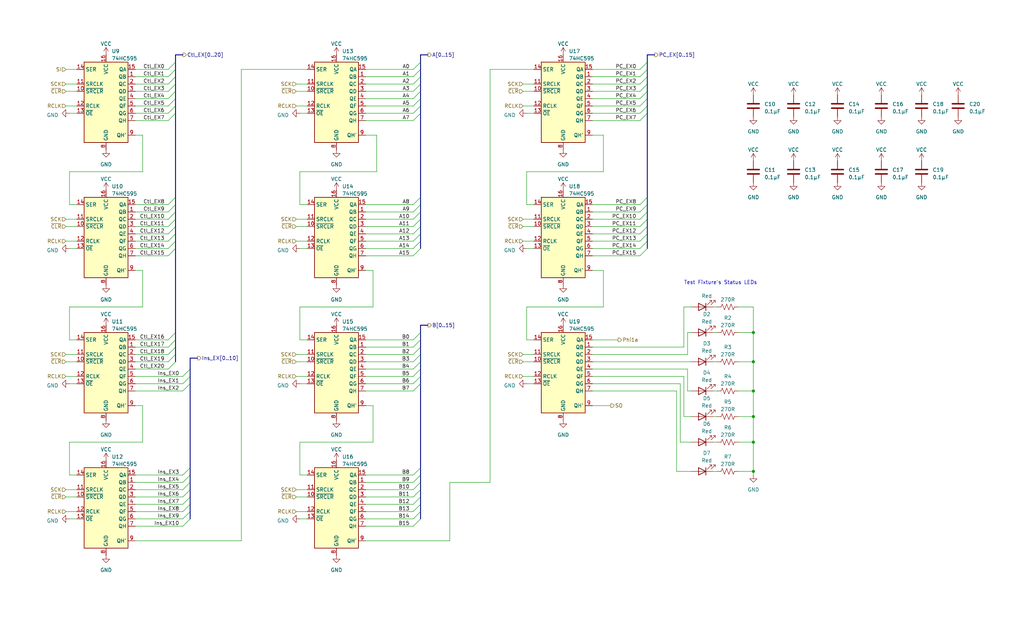
<source format=kicad_sch>
(kicad_sch (version 20230121) (generator eeschema)
  (paper "USLegal")
  (title_block (date "2023-03-25") (rev "A"))
  (lib_symbols
    (symbol "74xx:74HC595"
      (property "Reference" "U" (at -7.62 13.97 0))
      (property "Value" "74HC595" (at -7.62 -16.51 0))
      (symbol "74HC595_1_0"
        (pin tri_state line (at 10.16 7.62 180) (length 2.54) (name "QB") (number "1"))
        (pin input line (at -10.16 2.54 0) (length 2.54) (name "~{SRCLR}") (number "10"))
        (pin input line (at -10.16 5.08 0) (length 2.54) (name "SRCLK") (number "11"))
        (pin input line (at -10.16 -2.54 0) (length 2.54) (name "RCLK") (number "12"))
        (pin input line (at -10.16 -5.08 0) (length 2.54) (name "~{OE}") (number "13"))
        (pin input line (at -10.16 10.16 0) (length 2.54) (name "SER") (number "14"))
        (pin tri_state line (at 10.16 10.16 180) (length 2.54) (name "QA") (number "15"))
        (pin power_in line (at 0 15.24 270) (length 2.54) (name "VCC") (number "16"))
        (pin tri_state line (at 10.16 5.08 180) (length 2.54) (name "QC") (number "2"))
        (pin tri_state line (at 10.16 2.54 180) (length 2.54) (name "QD") (number "3"))
        (pin tri_state line (at 10.16 0 180) (length 2.54) (name "QE") (number "4"))
        (pin tri_state line (at 10.16 -2.54 180) (length 2.54) (name "QF") (number "5"))
        (pin tri_state line (at 10.16 -5.08 180) (length 2.54) (name "QG") (number "6"))
        (pin tri_state line (at 10.16 -7.62 180) (length 2.54) (name "QH") (number "7"))
        (pin power_in line (at 0 -17.78 90) (length 2.54) (name "GND") (number "8"))
        (pin output line (at 10.16 -12.7 180) (length 2.54) (name "QH'") (number "9"))
      )
      (symbol "74HC595_1_1"
        (rectangle (start -7.62 12.7) (end 7.62 -15.24) (stroke (width 0.254)) (fill (type background)))
      )
    )
    (symbol "Device:C" (pin_numbers hide) (pin_names (offset 0.254))
      (property "Reference" "C" (at 0.635 2.54 0))
      (property "Value" "C" (at 0.635 -2.54 0))
      (symbol "C_0_1"
        (polyline (pts (xy -2.032 -0.762) (xy 2.032 -0.762)) (stroke (width 0.508)))
        (polyline (pts (xy -2.032 0.762) (xy 2.032 0.762)) (stroke (width 0.508)))
      )
      (symbol "C_1_1"
        (pin passive line (at 0 3.81 270) (length 2.794) (name "~") (number "1"))
        (pin passive line (at 0 -3.81 90) (length 2.794) (name "~") (number "2"))
      )
    )
    (symbol "Device:LED" (pin_numbers hide) (pin_names (offset 1.016) hide)
      (property "Reference" "D" (at 0 2.54 0))
      (property "Value" "LED" (at 0 -2.54 0))
      (symbol "LED_0_1"
        (polyline (pts (xy -1.27 -1.27) (xy -1.27 1.27)) (stroke (width 0.254)))
        (polyline (pts (xy -1.27 0) (xy 1.27 0)))
        (polyline (pts (xy 1.27 -1.27) (xy 1.27 1.27) (xy -1.27 0) (xy 1.27 -1.27)) (stroke (width 0.254)))
        (polyline (pts (xy -3.048 -0.762) (xy -4.572 -2.286) (xy -3.81 -2.286) (xy -4.572 -2.286) (xy -4.572 -1.524)))
        (polyline (pts (xy -1.778 -0.762) (xy -3.302 -2.286) (xy -2.54 -2.286) (xy -3.302 -2.286) (xy -3.302 -1.524)))
      )
      (symbol "LED_1_1"
        (pin passive line (at -3.81 0 0) (length 2.54) (name "K") (number "1"))
        (pin passive line (at 3.81 0 180) (length 2.54) (name "A") (number "2"))
      )
    )
    (symbol "Device:R_US" (pin_numbers hide) (pin_names (offset 0))
      (property "Reference" "R" (at 2.54 0 90))
      (property "Value" "R_US" (at -2.54 0 90))
      (symbol "R_US_0_1"
        (polyline (pts (xy 0 -2.286) (xy 0 -2.54)))
        (polyline (pts (xy 0 2.286) (xy 0 2.54)))
        (polyline (pts (xy 0 -0.762) (xy 1.016 -1.143) (xy 0 -1.524) (xy -1.016 -1.905) (xy 0 -2.286)))
        (polyline (pts (xy 0 0.762) (xy 1.016 0.381) (xy 0 0) (xy -1.016 -0.381) (xy 0 -0.762)))
        (polyline (pts (xy 0 2.286) (xy 1.016 1.905) (xy 0 1.524) (xy -1.016 1.143) (xy 0 0.762)))
      )
      (symbol "R_US_1_1"
        (pin passive line (at 0 3.81 270) (length 1.27) (name "~") (number "1"))
        (pin passive line (at 0 -3.81 90) (length 1.27) (name "~") (number "2"))
      )
    )
    (symbol "power:GND" (power) (pin_names (offset 0))
      (property "Value" "GND" (at 0 -3.81 0))
      (symbol "GND_0_1"
        (polyline (pts (xy 0 0) (xy 0 -1.27) (xy 1.27 -1.27) (xy 0 -2.54) (xy -1.27 -1.27) (xy 0 -1.27)))
      )
      (symbol "GND_1_1"
        (pin power_in line (at 0 0 270) (length 0) hide (name "GND") (number "1"))
      )
    )
    (symbol "power:VCC" (power) (pin_names (offset 0))
      (property "Value" "VCC" (at 0 3.81 0))
      (symbol "VCC_0_1"
        (polyline (pts (xy -0.762 1.27) (xy 0 2.54)))
        (polyline (pts (xy 0 0) (xy 0 2.54)))
        (polyline (pts (xy 0 2.54) (xy 0.762 1.27)))
      )
      (symbol "VCC_1_1"
        (pin power_in line (at 0 0 90) (length 0) hide (name "VCC") (number "1"))
      )
    )
  )
  (junction (at 261.62 135.89))
  (junction (at 261.62 153.67))
  (junction (at 261.62 144.78))
  (junction (at 261.62 115.57))
  (junction (at 261.62 125.73))
  (junction (at 261.62 163.83))
  (bus_entry (at 60.96 120.65) (size -2.54 2.54))
  (bus_entry (at 146.05 78.74) (size -2.54 2.54))
  (bus_entry (at 60.96 76.2) (size -2.54 2.54))
  (bus_entry (at 146.05 170.18) (size -2.54 2.54))
  (bus_entry (at 60.96 81.28) (size -2.54 2.54))
  (bus_entry (at 60.96 36.83) (size -2.54 2.54))
  (bus_entry (at 146.05 71.12) (size -2.54 2.54))
  (bus_entry (at 66.04 162.56) (size -2.54 2.54))
  (bus_entry (at 146.05 115.57) (size -2.54 2.54))
  (bus_entry (at 66.04 130.81) (size -2.54 2.54))
  (bus_entry (at 146.05 24.13) (size -2.54 2.54))
  (bus_entry (at 146.05 167.64) (size -2.54 2.54))
  (bus_entry (at 60.96 34.29) (size -2.54 2.54))
  (bus_entry (at 146.05 177.8) (size -2.54 2.54))
  (bus_entry (at 66.04 133.35) (size -2.54 2.54))
  (bus_entry (at 60.96 83.82) (size -2.54 2.54))
  (bus_entry (at 66.04 167.64) (size -2.54 2.54))
  (bus_entry (at 146.05 76.2) (size -2.54 2.54))
  (bus_entry (at 60.96 26.67) (size -2.54 2.54))
  (bus_entry (at 224.79 26.67) (size -2.54 2.54))
  (bus_entry (at 60.96 73.66) (size -2.54 2.54))
  (bus_entry (at 146.05 172.72) (size -2.54 2.54))
  (bus_entry (at 146.05 128.27) (size -2.54 2.54))
  (bus_entry (at 60.96 118.11) (size -2.54 2.54))
  (bus_entry (at 224.79 29.21) (size -2.54 2.54))
  (bus_entry (at 224.79 86.36) (size -2.54 2.54))
  (bus_entry (at 224.79 83.82) (size -2.54 2.54))
  (bus_entry (at 224.79 24.13) (size -2.54 2.54))
  (bus_entry (at 60.96 39.37) (size -2.54 2.54))
  (bus_entry (at 60.96 125.73) (size -2.54 2.54))
  (bus_entry (at 66.04 175.26) (size -2.54 2.54))
  (bus_entry (at 224.79 73.66) (size -2.54 2.54))
  (bus_entry (at 146.05 175.26) (size -2.54 2.54))
  (bus_entry (at 146.05 34.29) (size -2.54 2.54))
  (bus_entry (at 66.04 172.72) (size -2.54 2.54))
  (bus_entry (at 146.05 29.21) (size -2.54 2.54))
  (bus_entry (at 224.79 31.75) (size -2.54 2.54))
  (bus_entry (at 66.04 177.8) (size -2.54 2.54))
  (bus_entry (at 224.79 76.2) (size -2.54 2.54))
  (bus_entry (at 146.05 68.58) (size -2.54 2.54))
  (bus_entry (at 60.96 68.58) (size -2.54 2.54))
  (bus_entry (at 146.05 86.36) (size -2.54 2.54))
  (bus_entry (at 146.05 130.81) (size -2.54 2.54))
  (bus_entry (at 224.79 78.74) (size -2.54 2.54))
  (bus_entry (at 60.96 86.36) (size -2.54 2.54))
  (bus_entry (at 224.79 68.58) (size -2.54 2.54))
  (bus_entry (at 146.05 36.83) (size -2.54 2.54))
  (bus_entry (at 60.96 31.75) (size -2.54 2.54))
  (bus_entry (at 146.05 120.65) (size -2.54 2.54))
  (bus_entry (at 60.96 78.74) (size -2.54 2.54))
  (bus_entry (at 224.79 71.12) (size -2.54 2.54))
  (bus_entry (at 66.04 170.18) (size -2.54 2.54))
  (bus_entry (at 146.05 162.56) (size -2.54 2.54))
  (bus_entry (at 146.05 31.75) (size -2.54 2.54))
  (bus_entry (at 224.79 81.28) (size -2.54 2.54))
  (bus_entry (at 60.96 24.13) (size -2.54 2.54))
  (bus_entry (at 224.79 34.29) (size -2.54 2.54))
  (bus_entry (at 66.04 165.1) (size -2.54 2.54))
  (bus_entry (at 60.96 71.12) (size -2.54 2.54))
  (bus_entry (at 146.05 165.1) (size -2.54 2.54))
  (bus_entry (at 60.96 123.19) (size -2.54 2.54))
  (bus_entry (at 146.05 180.34) (size -2.54 2.54))
  (bus_entry (at 66.04 180.34) (size -2.54 2.54))
  (bus_entry (at 146.05 123.19) (size -2.54 2.54))
  (bus_entry (at 224.79 39.37) (size -2.54 2.54))
  (bus_entry (at 146.05 125.73) (size -2.54 2.54))
  (bus_entry (at 60.96 115.57) (size -2.54 2.54))
  (bus_entry (at 146.05 73.66) (size -2.54 2.54))
  (bus_entry (at 146.05 133.35) (size -2.54 2.54))
  (bus_entry (at 146.05 81.28) (size -2.54 2.54))
  (bus_entry (at 146.05 118.11) (size -2.54 2.54))
  (bus_entry (at 66.04 128.27) (size -2.54 2.54))
  (bus_entry (at 224.79 36.83) (size -2.54 2.54))
  (bus_entry (at 60.96 29.21) (size -2.54 2.54))
  (bus_entry (at 146.05 26.67) (size -2.54 2.54))
  (bus_entry (at 146.05 21.59) (size -2.54 2.54))
  (bus_entry (at 224.79 21.59) (size -2.54 2.54))
  (bus_entry (at 146.05 39.37) (size -2.54 2.54))
  (bus_entry (at 146.05 83.82) (size -2.54 2.54))
  (bus_entry (at 60.96 21.59) (size -2.54 2.54))
  (wire (pts (xy 102.87 125.73) (xy 106.68 125.73)))
  (wire (pts (xy 205.74 118.11) (xy 214.63 118.11)))
  (wire (pts (xy 205.74 120.65) (xy 237.49 120.65)))
  (wire (pts (xy 247.65 153.67) (xy 248.92 153.67)))
  (wire (pts (xy 205.74 46.99) (xy 209.55 46.99)))
  (bus (pts (xy 146.05 115.57) (xy 146.05 118.11)))
  (bus (pts (xy 60.96 19.05) (xy 60.96 21.59)))
  (wire (pts (xy 143.51 36.83) (xy 127 36.83)))
  (bus (pts (xy 60.96 36.83) (xy 60.96 39.37)))
  (wire (pts (xy 181.61 36.83) (xy 185.42 36.83)))
  (bus (pts (xy 146.05 165.1) (xy 146.05 167.64)))
  (wire (pts (xy 182.88 59.69) (xy 209.55 59.69)))
  (bus (pts (xy 146.05 68.58) (xy 146.05 71.12)))
  (wire (pts (xy 143.51 180.34) (xy 127 180.34)))
  (wire (pts (xy 102.87 177.8) (xy 106.68 177.8)))
  (wire (pts (xy 222.25 26.67) (xy 205.74 26.67)))
  (wire (pts (xy 222.25 73.66) (xy 205.74 73.66)))
  (wire (pts (xy 46.99 187.96) (xy 83.82 187.96)))
  (wire (pts (xy 237.49 144.78) (xy 240.03 144.78)))
  (wire (pts (xy 205.74 130.81) (xy 237.49 130.81)))
  (wire (pts (xy 236.22 133.35) (xy 236.22 153.67)))
  (wire (pts (xy 205.74 125.73) (xy 240.03 125.73)))
  (wire (pts (xy 127 135.89) (xy 143.51 135.89)))
  (wire (pts (xy 22.86 172.72) (xy 26.67 172.72)))
  (wire (pts (xy 49.53 140.97) (xy 49.53 153.67)))
  (wire (pts (xy 49.53 106.68) (xy 24.13 106.68)))
  (wire (pts (xy 143.51 165.1) (xy 127 165.1)))
  (bus (pts (xy 146.05 83.82) (xy 146.05 86.36)))
  (wire (pts (xy 256.54 106.68) (xy 261.62 106.68)))
  (wire (pts (xy 261.62 144.78) (xy 261.62 153.67)))
  (bus (pts (xy 66.04 172.72) (xy 66.04 175.26)))
  (wire (pts (xy 205.74 135.89) (xy 234.95 135.89)))
  (wire (pts (xy 104.14 165.1) (xy 106.68 165.1)))
  (wire (pts (xy 205.74 140.97) (xy 212.09 140.97)))
  (wire (pts (xy 58.42 39.37) (xy 46.99 39.37)))
  (wire (pts (xy 22.86 83.82) (xy 26.67 83.82)))
  (wire (pts (xy 222.25 31.75) (xy 205.74 31.75)))
  (bus (pts (xy 60.96 26.67) (xy 60.96 29.21)))
  (wire (pts (xy 63.5 133.35) (xy 46.99 133.35)))
  (wire (pts (xy 104.14 133.35) (xy 106.68 133.35)))
  (wire (pts (xy 185.42 24.13) (xy 170.18 24.13)))
  (wire (pts (xy 104.14 71.12) (xy 106.68 71.12)))
  (bus (pts (xy 224.79 76.2) (xy 224.79 78.74)))
  (wire (pts (xy 22.86 24.13) (xy 26.67 24.13)))
  (bus (pts (xy 66.04 128.27) (xy 66.04 130.81)))
  (wire (pts (xy 261.62 125.73) (xy 261.62 135.89)))
  (wire (pts (xy 102.87 31.75) (xy 106.68 31.75)))
  (wire (pts (xy 102.87 29.21) (xy 106.68 29.21)))
  (wire (pts (xy 22.86 170.18) (xy 26.67 170.18)))
  (wire (pts (xy 240.03 106.68) (xy 237.49 106.68)))
  (bus (pts (xy 224.79 24.13) (xy 224.79 26.67)))
  (wire (pts (xy 261.62 115.57) (xy 261.62 125.73)))
  (wire (pts (xy 222.25 83.82) (xy 205.74 83.82)))
  (wire (pts (xy 102.87 36.83) (xy 106.68 36.83)))
  (wire (pts (xy 182.88 59.69) (xy 182.88 71.12)))
  (bus (pts (xy 146.05 113.03) (xy 146.05 115.57)))
  (bus (pts (xy 60.96 73.66) (xy 60.96 76.2)))
  (wire (pts (xy 104.14 59.69) (xy 130.81 59.69)))
  (wire (pts (xy 24.13 180.34) (xy 26.67 180.34)))
  (wire (pts (xy 22.86 130.81) (xy 26.67 130.81)))
  (bus (pts (xy 146.05 162.56) (xy 146.05 165.1)))
  (bus (pts (xy 68.58 124.46) (xy 66.04 124.46)))
  (wire (pts (xy 102.87 76.2) (xy 106.68 76.2)))
  (bus (pts (xy 224.79 19.05) (xy 224.79 21.59)))
  (wire (pts (xy 256.54 125.73) (xy 261.62 125.73)))
  (wire (pts (xy 238.76 135.89) (xy 240.03 135.89)))
  (wire (pts (xy 181.61 83.82) (xy 185.42 83.82)))
  (wire (pts (xy 205.74 123.19) (xy 238.76 123.19)))
  (bus (pts (xy 146.05 170.18) (xy 146.05 172.72)))
  (wire (pts (xy 58.42 88.9) (xy 46.99 88.9)))
  (bus (pts (xy 146.05 71.12) (xy 146.05 73.66)))
  (bus (pts (xy 60.96 83.82) (xy 60.96 86.36)))
  (wire (pts (xy 247.65 135.89) (xy 248.92 135.89)))
  (wire (pts (xy 222.25 71.12) (xy 205.74 71.12)))
  (wire (pts (xy 247.65 125.73) (xy 248.92 125.73)))
  (wire (pts (xy 156.21 187.96) (xy 156.21 167.64)))
  (bus (pts (xy 148.59 113.03) (xy 146.05 113.03)))
  (wire (pts (xy 102.87 170.18) (xy 106.68 170.18)))
  (wire (pts (xy 209.55 106.68) (xy 182.88 106.68)))
  (wire (pts (xy 182.88 86.36) (xy 185.42 86.36)))
  (wire (pts (xy 143.51 120.65) (xy 127 120.65)))
  (wire (pts (xy 143.51 177.8) (xy 127 177.8)))
  (bus (pts (xy 146.05 120.65) (xy 146.05 123.19)))
  (bus (pts (xy 146.05 130.81) (xy 146.05 133.35)))
  (wire (pts (xy 156.21 167.64) (xy 170.18 167.64)))
  (bus (pts (xy 224.79 73.66) (xy 224.79 76.2)))
  (wire (pts (xy 143.51 31.75) (xy 127 31.75)))
  (wire (pts (xy 58.42 86.36) (xy 46.99 86.36)))
  (bus (pts (xy 146.05 118.11) (xy 146.05 120.65)))
  (wire (pts (xy 63.5 180.34) (xy 46.99 180.34)))
  (wire (pts (xy 63.5 165.1) (xy 46.99 165.1)))
  (wire (pts (xy 49.53 93.98) (xy 49.53 106.68)))
  (wire (pts (xy 256.54 115.57) (xy 261.62 115.57)))
  (wire (pts (xy 247.65 163.83) (xy 248.92 163.83)))
  (bus (pts (xy 60.96 86.36) (xy 60.96 115.57)))
  (bus (pts (xy 60.96 21.59) (xy 60.96 24.13)))
  (wire (pts (xy 234.95 135.89) (xy 234.95 163.83)))
  (bus (pts (xy 60.96 29.21) (xy 60.96 31.75)))
  (wire (pts (xy 24.13 153.67) (xy 24.13 165.1)))
  (wire (pts (xy 22.86 125.73) (xy 26.67 125.73)))
  (wire (pts (xy 58.42 36.83) (xy 46.99 36.83)))
  (wire (pts (xy 182.88 71.12) (xy 185.42 71.12)))
  (wire (pts (xy 143.51 29.21) (xy 127 29.21)))
  (wire (pts (xy 102.87 83.82) (xy 106.68 83.82)))
  (wire (pts (xy 46.99 46.99) (xy 49.53 46.99)))
  (bus (pts (xy 66.04 165.1) (xy 66.04 167.64)))
  (wire (pts (xy 143.51 130.81) (xy 127 130.81)))
  (wire (pts (xy 143.51 167.64) (xy 127 167.64)))
  (bus (pts (xy 66.04 162.56) (xy 66.04 165.1)))
  (wire (pts (xy 256.54 135.89) (xy 261.62 135.89)))
  (wire (pts (xy 24.13 86.36) (xy 26.67 86.36)))
  (wire (pts (xy 58.42 71.12) (xy 46.99 71.12)))
  (wire (pts (xy 22.86 31.75) (xy 26.67 31.75)))
  (wire (pts (xy 182.88 106.68) (xy 182.88 118.11)))
  (wire (pts (xy 24.13 118.11) (xy 26.67 118.11)))
  (wire (pts (xy 24.13 59.69) (xy 49.53 59.69)))
  (wire (pts (xy 63.5 172.72) (xy 46.99 172.72)))
  (wire (pts (xy 104.14 86.36) (xy 106.68 86.36)))
  (wire (pts (xy 58.42 118.11) (xy 46.99 118.11)))
  (bus (pts (xy 146.05 167.64) (xy 146.05 170.18)))
  (wire (pts (xy 181.61 29.21) (xy 185.42 29.21)))
  (wire (pts (xy 104.14 118.11) (xy 106.68 118.11)))
  (bus (pts (xy 224.79 36.83) (xy 224.79 39.37)))
  (wire (pts (xy 182.88 39.37) (xy 185.42 39.37)))
  (wire (pts (xy 222.25 81.28) (xy 205.74 81.28)))
  (bus (pts (xy 60.96 81.28) (xy 60.96 83.82)))
  (wire (pts (xy 143.51 39.37) (xy 127 39.37)))
  (wire (pts (xy 127 41.91) (xy 143.51 41.91)))
  (wire (pts (xy 58.42 83.82) (xy 46.99 83.82)))
  (wire (pts (xy 49.53 46.99) (xy 49.53 59.69)))
  (wire (pts (xy 58.42 123.19) (xy 46.99 123.19)))
  (wire (pts (xy 58.42 41.91) (xy 46.99 41.91)))
  (wire (pts (xy 143.51 123.19) (xy 127 123.19)))
  (bus (pts (xy 146.05 78.74) (xy 146.05 81.28)))
  (wire (pts (xy 237.49 130.81) (xy 237.49 144.78)))
  (bus (pts (xy 224.79 34.29) (xy 224.79 36.83)))
  (wire (pts (xy 247.65 106.68) (xy 248.92 106.68)))
  (bus (pts (xy 66.04 124.46) (xy 66.04 128.27)))
  (wire (pts (xy 261.62 106.68) (xy 261.62 115.57)))
  (bus (pts (xy 66.04 133.35) (xy 66.04 162.56)))
  (bus (pts (xy 224.79 68.58) (xy 224.79 71.12)))
  (wire (pts (xy 24.13 39.37) (xy 26.67 39.37)))
  (wire (pts (xy 222.25 29.21) (xy 205.74 29.21)))
  (bus (pts (xy 146.05 39.37) (xy 146.05 68.58)))
  (wire (pts (xy 24.13 165.1) (xy 26.67 165.1)))
  (wire (pts (xy 58.42 34.29) (xy 46.99 34.29)))
  (bus (pts (xy 146.05 21.59) (xy 146.05 24.13)))
  (wire (pts (xy 222.25 34.29) (xy 205.74 34.29)))
  (wire (pts (xy 127 46.99) (xy 130.81 46.99)))
  (bus (pts (xy 146.05 24.13) (xy 146.05 26.67)))
  (wire (pts (xy 143.51 83.82) (xy 127 83.82)))
  (bus (pts (xy 66.04 175.26) (xy 66.04 177.8)))
  (wire (pts (xy 181.61 125.73) (xy 185.42 125.73)))
  (bus (pts (xy 146.05 177.8) (xy 146.05 180.34)))
  (bus (pts (xy 224.79 78.74) (xy 224.79 81.28)))
  (wire (pts (xy 24.13 71.12) (xy 26.67 71.12)))
  (wire (pts (xy 58.42 128.27) (xy 46.99 128.27)))
  (wire (pts (xy 143.51 71.12) (xy 127 71.12)))
  (wire (pts (xy 104.14 180.34) (xy 106.68 180.34)))
  (wire (pts (xy 236.22 153.67) (xy 240.03 153.67)))
  (wire (pts (xy 205.74 133.35) (xy 236.22 133.35)))
  (bus (pts (xy 224.79 39.37) (xy 224.79 68.58)))
  (bus (pts (xy 66.04 167.64) (xy 66.04 170.18)))
  (wire (pts (xy 247.65 144.78) (xy 248.92 144.78)))
  (wire (pts (xy 181.61 31.75) (xy 185.42 31.75)))
  (bus (pts (xy 146.05 175.26) (xy 146.05 177.8)))
  (wire (pts (xy 102.87 172.72) (xy 106.68 172.72)))
  (wire (pts (xy 181.61 76.2) (xy 185.42 76.2)))
  (wire (pts (xy 247.65 115.57) (xy 248.92 115.57)))
  (wire (pts (xy 24.13 59.69) (xy 24.13 71.12)))
  (wire (pts (xy 143.51 76.2) (xy 127 76.2)))
  (wire (pts (xy 58.42 81.28) (xy 46.99 81.28)))
  (wire (pts (xy 63.5 170.18) (xy 46.99 170.18)))
  (bus (pts (xy 66.04 170.18) (xy 66.04 172.72)))
  (wire (pts (xy 205.74 93.98) (xy 209.55 93.98)))
  (bus (pts (xy 60.96 68.58) (xy 60.96 71.12)))
  (wire (pts (xy 63.5 130.81) (xy 46.99 130.81)))
  (bus (pts (xy 66.04 177.8) (xy 66.04 180.34)))
  (bus (pts (xy 224.79 21.59) (xy 224.79 24.13)))
  (wire (pts (xy 143.51 34.29) (xy 127 34.29)))
  (bus (pts (xy 146.05 73.66) (xy 146.05 76.2)))
  (wire (pts (xy 182.88 133.35) (xy 185.42 133.35)))
  (bus (pts (xy 146.05 19.05) (xy 146.05 21.59)))
  (wire (pts (xy 143.51 26.67) (xy 127 26.67)))
  (bus (pts (xy 60.96 24.13) (xy 60.96 26.67)))
  (bus (pts (xy 146.05 34.29) (xy 146.05 36.83)))
  (wire (pts (xy 129.54 106.68) (xy 104.14 106.68)))
  (bus (pts (xy 224.79 83.82) (xy 224.79 86.36)))
  (wire (pts (xy 129.54 140.97) (xy 129.54 153.67)))
  (wire (pts (xy 143.51 172.72) (xy 127 172.72)))
  (wire (pts (xy 143.51 118.11) (xy 127 118.11)))
  (wire (pts (xy 222.25 88.9) (xy 205.74 88.9)))
  (wire (pts (xy 143.51 78.74) (xy 127 78.74)))
  (wire (pts (xy 209.55 46.99) (xy 209.55 59.69)))
  (wire (pts (xy 130.81 46.99) (xy 130.81 59.69)))
  (bus (pts (xy 146.05 128.27) (xy 146.05 130.81)))
  (wire (pts (xy 104.14 153.67) (xy 104.14 165.1)))
  (wire (pts (xy 261.62 153.67) (xy 261.62 163.83)))
  (bus (pts (xy 146.05 133.35) (xy 146.05 162.56)))
  (wire (pts (xy 143.51 86.36) (xy 127 86.36)))
  (wire (pts (xy 261.62 163.83) (xy 261.62 165.1)))
  (wire (pts (xy 102.87 78.74) (xy 106.68 78.74)))
  (bus (pts (xy 146.05 36.83) (xy 146.05 39.37)))
  (bus (pts (xy 60.96 31.75) (xy 60.96 34.29)))
  (bus (pts (xy 148.59 19.05) (xy 146.05 19.05)))
  (wire (pts (xy 58.42 24.13) (xy 46.99 24.13)))
  (wire (pts (xy 63.5 177.8) (xy 46.99 177.8)))
  (wire (pts (xy 63.5 175.26) (xy 46.99 175.26)))
  (wire (pts (xy 237.49 106.68) (xy 237.49 120.65)))
  (wire (pts (xy 170.18 167.64) (xy 170.18 24.13)))
  (wire (pts (xy 143.51 133.35) (xy 127 133.35)))
  (bus (pts (xy 60.96 78.74) (xy 60.96 81.28)))
  (wire (pts (xy 222.25 39.37) (xy 205.74 39.37)))
  (wire (pts (xy 58.42 31.75) (xy 46.99 31.75)))
  (wire (pts (xy 143.51 175.26) (xy 127 175.26)))
  (bus (pts (xy 146.05 26.67) (xy 146.05 29.21)))
  (wire (pts (xy 240.03 115.57) (xy 238.76 115.57)))
  (wire (pts (xy 102.87 123.19) (xy 106.68 123.19)))
  (wire (pts (xy 143.51 24.13) (xy 127 24.13)))
  (wire (pts (xy 127 93.98) (xy 129.54 93.98)))
  (wire (pts (xy 83.82 24.13) (xy 106.68 24.13)))
  (wire (pts (xy 63.5 182.88) (xy 46.99 182.88)))
  (wire (pts (xy 22.86 36.83) (xy 26.67 36.83)))
  (wire (pts (xy 102.87 130.81) (xy 106.68 130.81)))
  (wire (pts (xy 104.14 59.69) (xy 104.14 71.12)))
  (bus (pts (xy 146.05 76.2) (xy 146.05 78.74)))
  (wire (pts (xy 127 187.96) (xy 156.21 187.96)))
  (wire (pts (xy 58.42 125.73) (xy 46.99 125.73)))
  (wire (pts (xy 181.61 78.74) (xy 185.42 78.74)))
  (wire (pts (xy 222.25 76.2) (xy 205.74 76.2)))
  (bus (pts (xy 60.96 120.65) (xy 60.96 123.19)))
  (wire (pts (xy 46.99 140.97) (xy 49.53 140.97)))
  (bus (pts (xy 60.96 118.11) (xy 60.96 120.65)))
  (bus (pts (xy 146.05 29.21) (xy 146.05 31.75)))
  (bus (pts (xy 146.05 172.72) (xy 146.05 175.26)))
  (wire (pts (xy 143.51 128.27) (xy 127 128.27)))
  (bus (pts (xy 227.33 19.05) (xy 224.79 19.05)))
  (wire (pts (xy 24.13 106.68) (xy 24.13 118.11)))
  (wire (pts (xy 256.54 144.78) (xy 261.62 144.78)))
  (wire (pts (xy 181.61 130.81) (xy 185.42 130.81)))
  (wire (pts (xy 58.42 73.66) (xy 46.99 73.66)))
  (bus (pts (xy 146.05 31.75) (xy 146.05 34.29)))
  (bus (pts (xy 66.04 130.81) (xy 66.04 133.35)))
  (wire (pts (xy 104.14 153.67) (xy 129.54 153.67)))
  (wire (pts (xy 22.86 123.19) (xy 26.67 123.19)))
  (wire (pts (xy 238.76 128.27) (xy 238.76 135.89)))
  (wire (pts (xy 205.74 41.91) (xy 222.25 41.91)))
  (wire (pts (xy 209.55 93.98) (xy 209.55 106.68)))
  (wire (pts (xy 46.99 93.98) (xy 49.53 93.98)))
  (wire (pts (xy 24.13 153.67) (xy 49.53 153.67)))
  (bus (pts (xy 146.05 125.73) (xy 146.05 128.27)))
  (bus (pts (xy 60.96 34.29) (xy 60.96 36.83)))
  (wire (pts (xy 58.42 76.2) (xy 46.99 76.2)))
  (wire (pts (xy 143.51 73.66) (xy 127 73.66)))
  (bus (pts (xy 224.79 71.12) (xy 224.79 73.66)))
  (wire (pts (xy 222.25 78.74) (xy 205.74 78.74)))
  (wire (pts (xy 222.25 86.36) (xy 205.74 86.36)))
  (wire (pts (xy 22.86 177.8) (xy 26.67 177.8)))
  (bus (pts (xy 60.96 71.12) (xy 60.96 73.66)))
  (wire (pts (xy 256.54 153.67) (xy 261.62 153.67)))
  (bus (pts (xy 224.79 26.67) (xy 224.79 29.21)))
  (wire (pts (xy 143.51 81.28) (xy 127 81.28)))
  (wire (pts (xy 104.14 106.68) (xy 104.14 118.11)))
  (wire (pts (xy 127 140.97) (xy 129.54 140.97)))
  (wire (pts (xy 222.25 36.83) (xy 205.74 36.83)))
  (wire (pts (xy 182.88 118.11) (xy 185.42 118.11)))
  (wire (pts (xy 83.82 24.13) (xy 83.82 187.96)))
  (bus (pts (xy 224.79 81.28) (xy 224.79 83.82)))
  (bus (pts (xy 224.79 31.75) (xy 224.79 34.29)))
  (wire (pts (xy 63.5 167.64) (xy 46.99 167.64)))
  (wire (pts (xy 24.13 133.35) (xy 26.67 133.35)))
  (wire (pts (xy 58.42 78.74) (xy 46.99 78.74)))
  (wire (pts (xy 22.86 78.74) (xy 26.67 78.74)))
  (bus (pts (xy 146.05 81.28) (xy 146.05 83.82)))
  (wire (pts (xy 63.5 135.89) (xy 46.99 135.89)))
  (bus (pts (xy 60.96 115.57) (xy 60.96 118.11)))
  (wire (pts (xy 205.74 128.27) (xy 238.76 128.27)))
  (bus (pts (xy 224.79 29.21) (xy 224.79 31.75)))
  (wire (pts (xy 143.51 88.9) (xy 127 88.9)))
  (bus (pts (xy 60.96 76.2) (xy 60.96 78.74)))
  (bus (pts (xy 60.96 123.19) (xy 60.96 125.73)))
  (wire (pts (xy 261.62 135.89) (xy 261.62 144.78)))
  (bus (pts (xy 146.05 123.19) (xy 146.05 125.73)))
  (wire (pts (xy 58.42 26.67) (xy 46.99 26.67)))
  (bus (pts (xy 60.96 39.37) (xy 60.96 68.58)))
  (wire (pts (xy 129.54 93.98) (xy 129.54 106.68)))
  (wire (pts (xy 104.14 39.37) (xy 106.68 39.37)))
  (wire (pts (xy 58.42 120.65) (xy 46.99 120.65)))
  (wire (pts (xy 58.42 29.21) (xy 46.99 29.21)))
  (wire (pts (xy 143.51 182.88) (xy 127 182.88)))
  (wire (pts (xy 143.51 170.18) (xy 127 170.18)))
  (wire (pts (xy 238.76 123.19) (xy 238.76 115.57)))
  (bus (pts (xy 63.5 19.05) (xy 60.96 19.05)))
  (wire (pts (xy 181.61 123.19) (xy 185.42 123.19)))
  (wire (pts (xy 222.25 24.13) (xy 205.74 24.13)))
  (wire (pts (xy 234.95 163.83) (xy 240.03 163.83)))
  (wire (pts (xy 22.86 29.21) (xy 26.67 29.21)))
  (wire (pts (xy 256.54 163.83) (xy 261.62 163.83)))
  (wire (pts (xy 143.51 125.73) (xy 127 125.73)))
  (wire (pts (xy 22.86 76.2) (xy 26.67 76.2)))
  (text "Test Fixture's Status LEDs" (at 237.49 99.06 0) (effects (font (size 1.27 1.27)) (justify left bottom)))
  (label "PC_EX6" (at 220.98 39.37 180))
  (label "PC_EX0" (at 220.98 24.13 180))
  (label "PC_EX13" (at 220.98 83.82 180))
  (label "B5" (at 142.24 130.81 180))
  (label "A15" (at 142.24 88.9 180))
  (label "A1" (at 142.24 26.67 180))
  (label "A3" (at 142.24 31.75 180))
  (label "Ctl_EX13" (at 57.15 83.82 180))
  (label "Ctl_EX6" (at 57.15 39.37 180))
  (label "PC_EX7" (at 220.98 41.91 180))
  (label "B8" (at 142.24 165.1 180))
  (label "B9" (at 142.24 167.64 180))
  (label "Ctl_EX20" (at 57.15 128.27 180))
  (label "A5" (at 142.24 36.83 180))
  (label "A0" (at 142.24 24.13 180))
  (label "Ctl_EX17" (at 57.15 120.65 180))
  (label "Ctl_EX4" (at 57.15 34.29 180))
  (label "Ctl_EX7" (at 57.15 41.91 180))
  (label "Ctl_EX15" (at 57.15 88.9 180))
  (label "Ctl_EX19" (at 57.15 125.73 180))
  (label "B12" (at 142.24 175.26 180))
  (label "Ins_EX7" (at 62.23 175.26 180))
  (label "PC_EX3" (at 220.98 31.75 180))
  (label "A10" (at 142.24 76.2 180))
  (label "PC_EX8" (at 220.98 71.12 180))
  (label "PC_EX11" (at 220.98 78.74 180))
  (label "Ins_EX1" (at 62.23 133.35 180))
  (label "B7" (at 142.24 135.89 180))
  (label "A11" (at 142.24 78.74 180))
  (label "B15" (at 142.24 182.88 180))
  (label "Ins_EX10" (at 62.23 182.88 180))
  (label "PC_EX9" (at 220.98 73.66 180))
  (label "B1" (at 142.24 120.65 180))
  (label "A6" (at 142.24 39.37 180))
  (label "Ctl_EX9" (at 57.15 73.66 180))
  (label "B11" (at 142.24 172.72 180))
  (label "PC_EX5" (at 220.98 36.83 180))
  (label "A12" (at 142.24 81.28 180))
  (label "A4" (at 142.24 34.29 180))
  (label "PC_EX15" (at 220.98 88.9 180))
  (label "PC_EX12" (at 220.98 81.28 180))
  (label "A13" (at 142.24 83.82 180))
  (label "B2" (at 142.24 123.19 180))
  (label "B0" (at 142.24 118.11 180))
  (label "Ctl_EX16" (at 57.15 118.11 180))
  (label "B4" (at 142.24 128.27 180))
  (label "A14" (at 142.24 86.36 180))
  (label "A9" (at 142.24 73.66 180))
  (label "PC_EX14" (at 220.98 86.36 180))
  (label "A7" (at 142.24 41.91 180))
  (label "B3" (at 142.24 125.73 180))
  (label "Ctl_EX8" (at 57.15 71.12 180))
  (label "B6" (at 142.24 133.35 180))
  (label "Ctl_EX2" (at 57.15 29.21 180))
  (label "Ins_EX5" (at 62.23 170.18 180))
  (label "Ins_EX9" (at 62.23 180.34 180))
  (label "A8" (at 142.24 71.12 180))
  (label "Ctl_EX0" (at 57.15 24.13 180))
  (label "B10" (at 142.24 170.18 180))
  (label "Ctl_EX18" (at 57.15 123.19 180))
  (label "Ctl_EX3" (at 57.15 31.75 180))
  (label "PC_EX2" (at 220.98 29.21 180))
  (label "Ins_EX6" (at 62.23 172.72 180))
  (label "B13" (at 142.24 177.8 180))
  (label "PC_EX4" (at 220.98 34.29 180))
  (label "PC_EX10" (at 220.98 76.2 180))
  (label "Ctl_EX14" (at 57.15 86.36 180))
  (label "Ins_EX0" (at 62.23 130.81 180))
  (label "A2" (at 142.24 29.21 180))
  (label "Ctl_EX5" (at 57.15 36.83 180))
  (label "PC_EX1" (at 220.98 26.67 180))
  (label "Ins_EX8" (at 62.23 177.8 180))
  (label "Ctl_EX11" (at 57.15 78.74 180))
  (label "Ctl_EX10" (at 57.15 76.2 180))
  (label "Ins_EX4" (at 62.23 167.64 180))
  (label "Ctl_EX12" (at 57.15 81.28 180))
  (label "B14" (at 142.24 180.34 180))
  (label "Ctl_EX1" (at 57.15 26.67 180))
  (label "Ins_EX2" (at 62.23 135.89 180))
  (label "Ins_EX3" (at 62.23 165.1 180))
  (hierarchical_label "RCLK" (shape input) (at 22.86 36.83 180))
  (hierarchical_label "A[0..15]" (shape output) (at 148.59 19.05 0))
  (hierarchical_label "RCLK" (shape input) (at 102.87 130.81 180))
  (hierarchical_label "RCLK" (shape input) (at 22.86 177.8 180))
  (hierarchical_label "~{CLR}" (shape input) (at 22.86 31.75 180))
  (hierarchical_label "SCK" (shape input) (at 181.61 123.19 180))
  (hierarchical_label "~{CLR}" (shape input) (at 181.61 78.74 180))
  (hierarchical_label "SCK" (shape input) (at 22.86 29.21 180))
  (hierarchical_label "~{CLR}" (shape input) (at 102.87 78.74 180))
  (hierarchical_label "RCLK" (shape input) (at 102.87 36.83 180))
  (hierarchical_label "SO" (shape output) (at 212.09 140.97 0))
  (hierarchical_label "SCK" (shape input) (at 22.86 170.18 180))
  (hierarchical_label "SCK" (shape input) (at 102.87 123.19 180))
  (hierarchical_label "SCK" (shape input) (at 102.87 76.2 180))
  (hierarchical_label "B[0..15]" (shape output) (at 148.59 113.03 0))
  (hierarchical_label "~{CLR}" (shape input) (at 22.86 172.72 180))
  (hierarchical_label "RCLK" (shape input) (at 181.61 83.82 180))
  (hierarchical_label "RCLK" (shape input) (at 102.87 177.8 180))
  (hierarchical_label "Ctl_EX[0..20]" (shape output) (at 63.5 19.05 0))
  (hierarchical_label "RCLK" (shape input) (at 181.61 130.81 180))
  (hierarchical_label "SCK" (shape input) (at 22.86 76.2 180))
  (hierarchical_label "RCLK" (shape input) (at 181.61 36.83 180))
  (hierarchical_label "~{CLR}" (shape input) (at 181.61 125.73 180))
  (hierarchical_label "SI" (shape input) (at 22.86 24.13 180))
  (hierarchical_label "SCK" (shape input) (at 181.61 76.2 180))
  (hierarchical_label "~{CLR}" (shape input) (at 102.87 31.75 180))
  (hierarchical_label "~{CLR}" (shape input) (at 22.86 125.73 180))
  (hierarchical_label "~{CLR}" (shape input) (at 102.87 125.73 180))
  (hierarchical_label "PC_EX[0..15]" (shape output) (at 227.33 19.05 0))
  (hierarchical_label "SCK" (shape input) (at 102.87 29.21 180))
  (hierarchical_label "SCK" (shape input) (at 22.86 123.19 180))
  (hierarchical_label "RCLK" (shape input) (at 22.86 83.82 180))
  (hierarchical_label "RCLK" (shape input) (at 22.86 130.81 180))
  (hierarchical_label "Ins_EX[0..10]" (shape output) (at 68.58 124.46 0))
  (hierarchical_label "~{CLR}" (shape input) (at 22.86 78.74 180))
  (hierarchical_label "RCLK" (shape input) (at 102.87 83.82 180))
  (hierarchical_label "~{CLR}" (shape input) (at 181.61 31.75 180))
  (hierarchical_label "SCK" (shape input) (at 181.61 29.21 180))
  (hierarchical_label "Phi1a" (shape output) (at 214.63 118.11 0))
  (hierarchical_label "~{CLR}" (shape input) (at 102.87 172.72 180))
  (hierarchical_label "SCK" (shape input) (at 102.87 170.18 180))
  (symbol (lib_id "Device:R_US") (at 252.73 153.67 90) (unit 1)
    (property "Reference" "R6" (at 252.73 148.59 90))
    (property "Value" "270R" (at 252.73 151.13 90))
    (property "Footprint" "Capacitor_SMD:C_0603_1608Metric" (effects hide))
    (property "Mouser" "https://www.mouser.com/ProductDetail/652-CR0603FX-2700ELF" (effects hide))
  )
  (symbol (lib_id "Device:LED") (at 243.84 144.78 180) (unit 1)
    (property "Reference" "D5" (at 245.4275 138.43 0))
    (property "Value" "Red" (at 245.4275 140.97 0))
    (property "Footprint" "LED_SMD:LED_0603_1608Metric" (effects hide))
    (property "Mouser" "https://www.mouser.com/ProductDetail/604-AP2012ID" (effects hide))
  )
  (symbol (lib_id "power:GND") (at 275.59 40.64 0) (unit 1)
    (property "Reference" "#PWR092" (effects hide))
    (property "Value" "GND" (at 275.59 45.72 0))
  )
  (symbol (lib_id "Device:LED") (at 243.84 135.89 180) (unit 1)
    (property "Reference" "D4" (at 245.4275 129.54 0))
    (property "Value" "Red" (at 245.4275 132.08 0))
    (property "Footprint" "LED_SMD:LED_0603_1608Metric" (effects hide))
    (property "Mouser" "https://www.mouser.com/ProductDetail/604-AP2012ID" (effects hide))
  )
  (symbol (lib_id "Device:C") (at 306.07 36.83 0) (unit 1)
    (property "Reference" "C16" (at 309.88 36.195 0) (effects (justify left)))
    (property "Value" "0.1µF" (at 309.88 38.735 0) (effects (justify left)))
    (property "Footprint" "Capacitor_SMD:C_0603_1608Metric" (effects hide))
    (property "Mouser" "https://www.mouser.com/ProductDetail/963-EMK107B7104KAHT" (effects hide))
  )
  (symbol (lib_id "Device:R_US") (at 252.73 163.83 90) (unit 1)
    (property "Reference" "R7" (at 252.73 158.75 90))
    (property "Value" "270R" (at 252.73 161.29 90))
    (property "Footprint" "Capacitor_SMD:C_0603_1608Metric" (effects hide))
    (property "Mouser" "https://www.mouser.com/ProductDetail/652-CR0603FX-2700ELF" (effects hide))
  )
  (symbol (lib_id "power:VCC") (at 306.07 55.88 0) (unit 1)
    (property "Reference" "#PWR0101" (effects hide))
    (property "Value" "VCC" (at 306.07 52.07 0))
  )
  (symbol (lib_id "power:GND") (at 261.62 63.5 0) (unit 1)
    (property "Reference" "#PWR089" (effects hide))
    (property "Value" "GND" (at 261.62 68.58 0))
  )
  (symbol (lib_id "power:GND") (at 24.13 86.36 270) (unit 1)
    (property "Reference" "#PWR054" (effects hide))
    (property "Value" "GND" (at 20.32 86.995 90) (effects (justify right)))
  )
  (symbol (lib_id "power:GND") (at 36.83 146.05 0) (unit 1)
    (property "Reference" "#PWR062" (effects hide))
    (property "Value" "GND" (at 36.83 151.13 0))
  )
  (symbol (lib_id "power:GND") (at 320.04 40.64 0) (unit 1)
    (property "Reference" "#PWR0104" (effects hide))
    (property "Value" "GND" (at 320.04 45.72 0))
  )
  (symbol (lib_id "Device:LED") (at 243.84 125.73 180) (unit 1)
    (property "Reference" "D3" (at 245.4275 119.38 0))
    (property "Value" "Red" (at 245.4275 121.92 0))
    (property "Footprint" "LED_SMD:LED_0603_1608Metric" (effects hide))
    (property "Mouser" "https://www.mouser.com/ProductDetail/604-AP2012ID" (effects hide))
  )
  (symbol (lib_id "Device:R_US") (at 252.73 106.68 90) (unit 1)
    (property "Reference" "R1" (effects hide))
    (property "Value" "270R" (at 252.73 104.14 90))
    (property "Footprint" "Capacitor_SMD:C_0603_1608Metric" (effects hide))
    (property "Mouser" "https://www.mouser.com/ProductDetail/652-CR0603FX-2700ELF" (effects hide))
  )
  (symbol (lib_id "74xx:74HC595") (at 36.83 81.28 0) (unit 1)
    (property "Reference" "U10" (at 38.7859 64.77 0) (effects (justify left)))
    (property "Value" "74HC595" (at 38.7859 67.31 0) (effects (justify left)))
    (property "Footprint" "Package_SO:TSSOP-16_4.4x5mm_P0.65mm" (effects hide))
    (property "Datasheet" "http://www.ti.com/lit/ds/symlink/sn74hc595.pdf" (effects hide))
  )
  (symbol (lib_id "Device:LED") (at 243.84 153.67 180) (unit 1)
    (property "Reference" "D6" (at 245.4275 147.32 0))
    (property "Value" "Red" (at 245.4275 149.86 0))
    (property "Footprint" "LED_SMD:LED_0603_1608Metric" (effects hide))
    (property "Mouser" "https://www.mouser.com/ProductDetail/604-AP2012ID" (effects hide))
  )
  (symbol (lib_id "Device:C") (at 306.07 59.69 0) (unit 1)
    (property "Reference" "C17" (at 309.88 59.055 0) (effects (justify left)))
    (property "Value" "0.1µF" (at 309.88 61.595 0) (effects (justify left)))
    (property "Footprint" "Capacitor_SMD:C_0603_1608Metric" (effects hide))
    (property "Mouser" "https://www.mouser.com/ProductDetail/963-EMK107B7104KAHT" (effects hide))
  )
  (symbol (lib_id "power:GND") (at 182.88 133.35 270) (unit 1)
    (property "Reference" "#PWR079" (effects hide))
    (property "Value" "GND" (at 179.07 133.985 90) (effects (justify right)))
  )
  (symbol (lib_id "power:GND") (at 195.58 99.06 0) (unit 1)
    (property "Reference" "#PWR083" (effects hide))
    (property "Value" "GND" (at 195.58 104.14 0))
  )
  (symbol (lib_id "Device:LED") (at 243.84 163.83 180) (unit 1)
    (property "Reference" "D7" (at 245.4275 157.48 0))
    (property "Value" "Red" (at 245.4275 160.02 0))
    (property "Footprint" "LED_SMD:LED_0603_1608Metric" (effects hide))
    (property "Mouser" "https://www.mouser.com/ProductDetail/604-AP2012ID" (effects hide))
  )
  (symbol (lib_id "power:GND") (at 290.83 63.5 0) (unit 1)
    (property "Reference" "#PWR098" (effects hide))
    (property "Value" "GND" (at 290.83 68.58 0))
  )
  (symbol (lib_id "power:GND") (at 261.62 165.1 0) (unit 1)
    (property "Reference" "#PWR090" (effects hide))
    (property "Value" "GND" (at 261.62 170.18 0))
  )
  (symbol (lib_id "power:VCC") (at 36.83 113.03 0) (unit 1)
    (property "Reference" "#PWR061" (effects hide))
    (property "Value" "VCC" (at 36.83 109.22 0))
  )
  (symbol (lib_id "power:GND") (at 24.13 180.34 270) (unit 1)
    (property "Reference" "#PWR056" (effects hide))
    (property "Value" "GND" (at 20.32 180.975 90) (effects (justify right)))
  )
  (symbol (lib_id "power:GND") (at 182.88 86.36 270) (unit 1)
    (property "Reference" "#PWR078" (effects hide))
    (property "Value" "GND" (at 179.07 86.995 90) (effects (justify right)))
  )
  (symbol (lib_id "Device:C") (at 261.62 59.69 0) (unit 1)
    (property "Reference" "C11" (at 265.43 59.055 0) (effects (justify left)))
    (property "Value" "0.1µF" (at 265.43 61.595 0) (effects (justify left)))
    (property "Footprint" "Capacitor_SMD:C_0603_1608Metric" (effects hide))
    (property "Mouser" "https://www.mouser.com/ProductDetail/963-EMK107B7104KAHT" (effects hide))
  )
  (symbol (lib_id "Device:C") (at 275.59 36.83 0) (unit 1)
    (property "Reference" "C12" (at 279.4 36.195 0) (effects (justify left)))
    (property "Value" "0.1µF" (at 279.4 38.735 0) (effects (justify left)))
    (property "Footprint" "Capacitor_SMD:C_0603_1608Metric" (effects hide))
    (property "Mouser" "https://www.mouser.com/ProductDetail/963-EMK107B7104KAHT" (effects hide))
  )
  (symbol (lib_id "power:GND") (at 182.88 39.37 270) (unit 1)
    (property "Reference" "#PWR077" (effects hide))
    (property "Value" "GND" (at 179.07 40.005 90) (effects (justify right)))
  )
  (symbol (lib_id "power:VCC") (at 116.84 19.05 0) (unit 1)
    (property "Reference" "#PWR069" (effects hide))
    (property "Value" "VCC" (at 116.84 15.24 0))
  )
  (symbol (lib_id "power:VCC") (at 275.59 55.88 0) (unit 1)
    (property "Reference" "#PWR093" (effects hide))
    (property "Value" "VCC" (at 275.59 52.07 0))
  )
  (symbol (lib_id "power:GND") (at 195.58 52.07 0) (unit 1)
    (property "Reference" "#PWR081" (effects hide))
    (property "Value" "GND" (at 195.58 57.15 0))
  )
  (symbol (lib_id "Device:R_US") (at 252.73 135.89 90) (unit 1)
    (property "Reference" "R4" (at 252.73 130.81 90))
    (property "Value" "270R" (at 252.73 133.35 90))
    (property "Footprint" "Capacitor_SMD:C_0603_1608Metric" (effects hide))
    (property "Mouser" "https://www.mouser.com/ProductDetail/652-CR0603FX-2700ELF" (effects hide))
  )
  (symbol (lib_id "74xx:74HC595") (at 36.83 34.29 0) (unit 1)
    (property "Reference" "U9" (at 38.7859 17.78 0) (effects (justify left)))
    (property "Value" "74HC595" (at 38.7859 20.32 0) (effects (justify left)))
    (property "Footprint" "Package_SO:TSSOP-16_4.4x5mm_P0.65mm" (effects hide))
    (property "Datasheet" "http://www.ti.com/lit/ds/symlink/sn74hc595.pdf" (effects hide))
  )
  (symbol (lib_id "power:GND") (at 290.83 40.64 0) (unit 1)
    (property "Reference" "#PWR096" (effects hide))
    (property "Value" "GND" (at 290.83 45.72 0))
  )
  (symbol (lib_id "74xx:74HC595") (at 195.58 34.29 0) (unit 1)
    (property "Reference" "U17" (at 197.5359 17.78 0) (effects (justify left)))
    (property "Value" "74HC595" (at 197.5359 20.32 0) (effects (justify left)))
    (property "Footprint" "Package_SO:TSSOP-16_4.4x5mm_P0.65mm" (effects hide))
    (property "Datasheet" "http://www.ti.com/lit/ds/symlink/sn74hc595.pdf" (effects hide))
  )
  (symbol (lib_id "power:GND") (at 24.13 133.35 270) (unit 1)
    (property "Reference" "#PWR055" (effects hide))
    (property "Value" "GND" (at 20.32 133.985 90) (effects (justify right)))
  )
  (symbol (lib_id "power:VCC") (at 261.62 33.02 0) (unit 1)
    (property "Reference" "#PWR086" (effects hide))
    (property "Value" "VCC" (at 261.62 29.21 0))
  )
  (symbol (lib_id "power:GND") (at 116.84 52.07 0) (unit 1)
    (property "Reference" "#PWR070" (effects hide))
    (property "Value" "GND" (at 116.84 57.15 0))
  )
  (symbol (lib_id "74xx:74HC595") (at 195.58 81.28 0) (unit 1)
    (property "Reference" "U18" (at 197.5359 64.77 0) (effects (justify left)))
    (property "Value" "74HC595" (at 197.5359 67.31 0) (effects (justify left)))
    (property "Footprint" "Package_SO:TSSOP-16_4.4x5mm_P0.65mm" (effects hide))
    (property "Datasheet" "http://www.ti.com/lit/ds/symlink/sn74hc595.pdf" (effects hide))
  )
  (symbol (lib_id "power:GND") (at 104.14 39.37 270) (unit 1)
    (property "Reference" "#PWR065" (effects hide))
    (property "Value" "GND" (at 100.33 40.005 90) (effects (justify right)))
  )
  (symbol (lib_id "power:VCC") (at 320.04 33.02 0) (unit 1)
    (property "Reference" "#PWR0103" (effects hide))
    (property "Value" "VCC" (at 320.04 29.21 0))
  )
  (symbol (lib_id "power:GND") (at 332.74 40.64 0) (unit 1)
    (property "Reference" "#PWR0108" (effects hide))
    (property "Value" "GND" (at 332.74 45.72 0))
  )
  (symbol (lib_id "power:VCC") (at 116.84 160.02 0) (unit 1)
    (property "Reference" "#PWR075" (effects hide))
    (property "Value" "VCC" (at 116.84 156.21 0))
  )
  (symbol (lib_id "Device:LED") (at 243.84 106.68 180) (unit 1)
    (property "Reference" "D1" (effects hide))
    (property "Value" "Red" (at 245.4275 102.87 0))
    (property "Footprint" "LED_SMD:LED_0603_1608Metric" (effects hide))
    (property "Mouser" "https://www.mouser.com/ProductDetail/604-AP2012ID" (effects hide))
  )
  (symbol (lib_id "power:GND") (at 116.84 99.06 0) (unit 1)
    (property "Reference" "#PWR072" (effects hide))
    (property "Value" "GND" (at 116.84 104.14 0))
  )
  (symbol (lib_id "power:GND") (at 306.07 63.5 0) (unit 1)
    (property "Reference" "#PWR0102" (effects hide))
    (property "Value" "GND" (at 306.07 68.58 0))
  )
  (symbol (lib_id "power:VCC") (at 116.84 113.03 0) (unit 1)
    (property "Reference" "#PWR073" (effects hide))
    (property "Value" "VCC" (at 116.84 109.22 0))
  )
  (symbol (lib_id "power:GND") (at 36.83 193.04 0) (unit 1)
    (property "Reference" "#PWR064" (effects hide))
    (property "Value" "GND" (at 36.83 198.12 0))
  )
  (symbol (lib_id "74xx:74HC595") (at 116.84 128.27 0) (unit 1)
    (property "Reference" "U15" (at 118.7959 111.76 0) (effects (justify left)))
    (property "Value" "74HC595" (at 118.7959 114.3 0) (effects (justify left)))
    (property "Footprint" "Package_SO:TSSOP-16_4.4x5mm_P0.65mm" (effects hide))
    (property "Datasheet" "http://www.ti.com/lit/ds/symlink/sn74hc595.pdf" (effects hide))
  )
  (symbol (lib_id "power:VCC") (at 36.83 19.05 0) (unit 1)
    (property "Reference" "#PWR057" (effects hide))
    (property "Value" "VCC" (at 36.83 15.24 0))
  )
  (symbol (lib_id "power:GND") (at 36.83 52.07 0) (unit 1)
    (property "Reference" "#PWR058" (effects hide))
    (property "Value" "GND" (at 36.83 57.15 0))
  )
  (symbol (lib_id "74xx:74HC595") (at 195.58 128.27 0) (unit 1)
    (property "Reference" "U19" (at 197.5359 111.76 0) (effects (justify left)))
    (property "Value" "74HC595" (at 197.5359 114.3 0) (effects (justify left)))
    (property "Footprint" "Package_SO:TSSOP-16_4.4x5mm_P0.65mm" (effects hide))
    (property "Datasheet" "http://www.ti.com/lit/ds/symlink/sn74hc595.pdf" (effects hide))
  )
  (symbol (lib_id "Device:C") (at 275.59 59.69 0) (unit 1)
    (property "Reference" "C13" (at 279.4 59.055 0) (effects (justify left)))
    (property "Value" "0.1µF" (at 279.4 61.595 0) (effects (justify left)))
    (property "Footprint" "Capacitor_SMD:C_0603_1608Metric" (effects hide))
    (property "Mouser" "https://www.mouser.com/ProductDetail/963-EMK107B7104KAHT" (effects hide))
  )
  (symbol (lib_id "74xx:74HC595") (at 36.83 175.26 0) (unit 1)
    (property "Reference" "U12" (at 38.7859 158.75 0) (effects (justify left)))
    (property "Value" "74HC595" (at 38.7859 161.29 0) (effects (justify left)))
    (property "Footprint" "Package_SO:TSSOP-16_4.4x5mm_P0.65mm" (effects hide))
    (property "Datasheet" "http://www.ti.com/lit/ds/symlink/sn74hc595.pdf" (effects hide))
  )
  (symbol (lib_id "Device:C") (at 290.83 59.69 0) (unit 1)
    (property "Reference" "C15" (at 294.64 59.055 0) (effects (justify left)))
    (property "Value" "0.1µF" (at 294.64 61.595 0) (effects (justify left)))
    (property "Footprint" "Capacitor_SMD:C_0603_1608Metric" (effects hide))
    (property "Mouser" "https://www.mouser.com/ProductDetail/963-EMK107B7104KAHT" (effects hide))
  )
  (symbol (lib_id "power:VCC") (at 290.83 55.88 0) (unit 1)
    (property "Reference" "#PWR097" (effects hide))
    (property "Value" "VCC" (at 290.83 52.07 0))
  )
  (symbol (lib_id "Device:R_US") (at 252.73 115.57 90) (unit 1)
    (property "Reference" "R2" (at 252.73 110.49 90))
    (property "Value" "270R" (at 252.73 113.03 90))
    (property "Footprint" "Capacitor_SMD:C_0603_1608Metric" (effects hide))
    (property "Mouser" "https://www.mouser.com/ProductDetail/652-CR0603FX-2700ELF" (effects hide))
  )
  (symbol (lib_id "power:GND") (at 261.62 40.64 0) (unit 1)
    (property "Reference" "#PWR087" (effects hide))
    (property "Value" "GND" (at 261.62 45.72 0))
  )
  (symbol (lib_id "power:GND") (at 36.83 99.06 0) (unit 1)
    (property "Reference" "#PWR060" (effects hide))
    (property "Value" "GND" (at 36.83 104.14 0))
  )
  (symbol (lib_id "power:GND") (at 116.84 193.04 0) (unit 1)
    (property "Reference" "#PWR076" (effects hide))
    (property "Value" "GND" (at 116.84 198.12 0))
  )
  (symbol (lib_id "Device:C") (at 290.83 36.83 0) (unit 1)
    (property "Reference" "C14" (at 294.64 36.195 0) (effects (justify left)))
    (property "Value" "0.1µF" (at 294.64 38.735 0) (effects (justify left)))
    (property "Footprint" "Capacitor_SMD:C_0603_1608Metric" (effects hide))
    (property "Mouser" "https://www.mouser.com/ProductDetail/963-EMK107B7104KAHT" (effects hide))
  )
  (symbol (lib_id "power:GND") (at 104.14 86.36 270) (unit 1)
    (property "Reference" "#PWR066" (effects hide))
    (property "Value" "GND" (at 100.33 86.995 90) (effects (justify right)))
  )
  (symbol (lib_id "power:VCC") (at 36.83 66.04 0) (unit 1)
    (property "Reference" "#PWR059" (effects hide))
    (property "Value" "VCC" (at 36.83 62.23 0))
  )
  (symbol (lib_id "power:GND") (at 275.59 63.5 0) (unit 1)
    (property "Reference" "#PWR094" (effects hide))
    (property "Value" "GND" (at 275.59 68.58 0))
  )
  (symbol (lib_id "power:GND") (at 104.14 180.34 270) (unit 1)
    (property "Reference" "#PWR068" (effects hide))
    (property "Value" "GND" (at 100.33 180.975 90) (effects (justify right)))
  )
  (symbol (lib_id "Device:C") (at 261.62 36.83 0) (unit 1)
    (property "Reference" "C10" (at 265.43 36.195 0) (effects (justify left)))
    (property "Value" "0.1µF" (at 265.43 38.735 0) (effects (justify left)))
    (property "Footprint" "Capacitor_SMD:C_0603_1608Metric" (effects hide))
    (property "Mouser" "https://www.mouser.com/ProductDetail/963-EMK107B7104KAHT" (effects hide))
  )
  (symbol (lib_id "power:VCC") (at 195.58 113.03 0) (unit 1)
    (property "Reference" "#PWR084" (effects hide))
    (property "Value" "VCC" (at 195.58 109.22 0))
  )
  (symbol (lib_id "power:VCC") (at 195.58 19.05 0) (unit 1)
    (property "Reference" "#PWR080" (effects hide))
    (property "Value" "VCC" (at 195.58 15.24 0))
  )
  (symbol (lib_id "power:VCC") (at 290.83 33.02 0) (unit 1)
    (property "Reference" "#PWR095" (effects hide))
    (property "Value" "VCC" (at 290.83 29.21 0))
  )
  (symbol (lib_id "Device:R_US") (at 252.73 125.73 90) (unit 1)
    (property "Reference" "R3" (at 252.73 120.65 90))
    (property "Value" "270R" (at 252.73 123.19 90))
    (property "Footprint" "Capacitor_SMD:C_0603_1608Metric" (effects hide))
    (property "Mouser" "https://www.mouser.com/ProductDetail/652-CR0603FX-2700ELF" (effects hide))
  )
  (symbol (lib_id "power:VCC") (at 332.74 33.02 0) (unit 1)
    (property "Reference" "#PWR0107" (effects hide))
    (property "Value" "VCC" (at 332.74 29.21 0))
  )
  (symbol (lib_id "74xx:74HC595") (at 116.84 81.28 0) (unit 1)
    (property "Reference" "U14" (at 118.7959 64.77 0) (effects (justify left)))
    (property "Value" "74HC595" (at 118.7959 67.31 0) (effects (justify left)))
    (property "Footprint" "Package_SO:TSSOP-16_4.4x5mm_P0.65mm" (effects hide))
    (property "Datasheet" "http://www.ti.com/lit/ds/symlink/sn74hc595.pdf" (effects hide))
  )
  (symbol (lib_id "power:VCC") (at 320.04 55.88 0) (unit 1)
    (property "Reference" "#PWR0105" (effects hide))
    (property "Value" "VCC" (at 320.04 52.07 0))
  )
  (symbol (lib_id "power:VCC") (at 261.62 55.88 0) (unit 1)
    (property "Reference" "#PWR088" (effects hide))
    (property "Value" "VCC" (at 261.62 52.07 0))
  )
  (symbol (lib_id "power:VCC") (at 275.59 33.02 0) (unit 1)
    (property "Reference" "#PWR091" (effects hide))
    (property "Value" "VCC" (at 275.59 29.21 0))
  )
  (symbol (lib_id "power:VCC") (at 306.07 33.02 0) (unit 1)
    (property "Reference" "#PWR099" (effects hide))
    (property "Value" "VCC" (at 306.07 29.21 0))
  )
  (symbol (lib_id "power:VCC") (at 36.83 160.02 0) (unit 1)
    (property "Reference" "#PWR063" (effects hide))
    (property "Value" "VCC" (at 36.83 156.21 0))
  )
  (symbol (lib_id "Device:R_US") (at 252.73 144.78 90) (unit 1)
    (property "Reference" "R5" (at 252.73 139.7 90))
    (property "Value" "270R" (at 252.73 142.24 90))
    (property "Footprint" "Capacitor_SMD:C_0603_1608Metric" (effects hide))
    (property "Mouser" "https://www.mouser.com/ProductDetail/652-CR0603FX-2700ELF" (effects hide))
  )
  (symbol (lib_id "power:GND") (at 116.84 146.05 0) (unit 1)
    (property "Reference" "#PWR074" (effects hide))
    (property "Value" "GND" (at 116.84 151.13 0))
  )
  (symbol (lib_id "power:GND") (at 195.58 146.05 0) (unit 1)
    (property "Reference" "#PWR085" (effects hide))
    (property "Value" "GND" (at 195.58 151.13 0))
  )
  (symbol (lib_id "power:VCC") (at 116.84 66.04 0) (unit 1)
    (property "Reference" "#PWR071" (effects hide))
    (property "Value" "VCC" (at 116.84 62.23 0))
  )
  (symbol (lib_id "power:GND") (at 320.04 63.5 0) (unit 1)
    (property "Reference" "#PWR0106" (effects hide))
    (property "Value" "GND" (at 320.04 68.58 0))
  )
  (symbol (lib_id "74xx:74HC595") (at 116.84 175.26 0) (unit 1)
    (property "Reference" "U16" (at 118.7959 158.75 0) (effects (justify left)))
    (property "Value" "74HC595" (at 118.7959 161.29 0) (effects (justify left)))
    (property "Footprint" "Package_SO:TSSOP-16_4.4x5mm_P0.65mm" (effects hide))
    (property "Datasheet" "http://www.ti.com/lit/ds/symlink/sn74hc595.pdf" (effects hide))
  )
  (symbol (lib_id "power:GND") (at 104.14 133.35 270) (unit 1)
    (property "Reference" "#PWR067" (effects hide))
    (property "Value" "GND" (at 100.33 133.985 90) (effects (justify right)))
  )
  (symbol (lib_id "power:GND") (at 306.07 40.64 0) (unit 1)
    (property "Reference" "#PWR0100" (effects hide))
    (property "Value" "GND" (at 306.07 45.72 0))
  )
  (symbol (lib_id "74xx:74HC595") (at 36.83 128.27 0) (unit 1)
    (property "Reference" "U11" (at 38.7859 111.76 0) (effects (justify left)))
    (property "Value" "74HC595" (at 38.7859 114.3 0) (effects (justify left)))
    (property "Footprint" "Package_SO:TSSOP-16_4.4x5mm_P0.65mm" (effects hide))
    (property "Datasheet" "http://www.ti.com/lit/ds/symlink/sn74hc595.pdf" (effects hide))
  )
  (symbol (lib_id "Device:LED") (at 243.84 115.57 180) (unit 1)
    (property "Reference" "D2" (at 245.4275 109.22 0))
    (property "Value" "Red" (at 245.4275 111.76 0))
    (property "Footprint" "LED_SMD:LED_0603_1608Metric" (effects hide))
    (property "Mouser" "https://www.mouser.com/ProductDetail/604-AP2012ID" (effects hide))
  )
  (symbol (lib_id "74xx:74HC595") (at 116.84 34.29 0) (unit 1)
    (property "Reference" "U13" (at 118.7959 17.78 0) (effects (justify left)))
    (property "Value" "74HC595" (at 118.7959 20.32 0) (effects (justify left)))
    (property "Footprint" "Package_SO:TSSOP-16_4.4x5mm_P0.65mm" (effects hide))
    (property "Datasheet" "http://www.ti.com/lit/ds/symlink/sn74hc595.pdf" (effects hide))
  )
  (symbol (lib_id "power:GND") (at 24.13 39.37 270) (unit 1)
    (property "Reference" "#PWR053" (effects hide))
    (property "Value" "GND" (at 20.32 40.005 90) (effects (justify right)))
  )
  (symbol (lib_id "Device:C") (at 320.04 36.83 0) (unit 1)
    (property "Reference" "C18" (at 323.85 36.195 0) (effects (justify left)))
    (property "Value" "0.1µF" (at 323.85 38.735 0) (effects (justify left)))
    (property "Footprint" "Capacitor_SMD:C_0603_1608Metric" (effects hide))
    (property "Mouser" "https://www.mouser.com/ProductDetail/963-EMK107B7104KAHT" (effects hide))
  )
  (symbol (lib_id "Device:C") (at 332.74 36.83 0) (unit 1)
    (property "Reference" "C20" (at 336.55 36.195 0) (effects (justify left)))
    (property "Value" "0.1µF" (at 336.55 38.735 0) (effects (justify left)))
    (property "Footprint" "Capacitor_SMD:C_0603_1608Metric" (effects hide))
    (property "Mouser" "https://www.mouser.com/ProductDetail/963-EMK107B7104KAHT" (effects hide))
  )
  (symbol (lib_id "power:VCC") (at 195.58 66.04 0) (unit 1)
    (property "Reference" "#PWR082" (effects hide))
    (property "Value" "VCC" (at 195.58 62.23 0))
  )
  (symbol (lib_id "Device:C") (at 320.04 59.69 0) (unit 1)
    (property "Reference" "C19" (at 323.85 59.055 0) (effects (justify left)))
    (property "Value" "0.1µF" (at 323.85 61.595 0) (effects (justify left)))
    (property "Footprint" "Capacitor_SMD:C_0603_1608Metric" (effects hide))
    (property "Mouser" "https://www.mouser.com/ProductDetail/963-EMK107B7104KAHT" (effects hide))
  )
)
</source>
